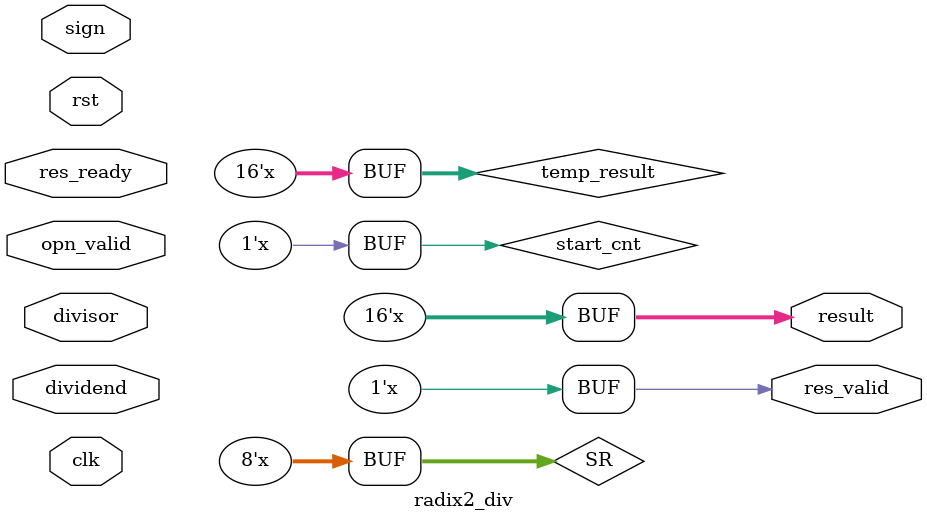
<source format=v>
module radix2_div(
    input wire clk,
    input wire rst,
    input wire [7:0] dividend,    
    input wire [7:0] divisor,    
    input wire sign,       

    input wire opn_valid,   
    output reg res_valid,   
    input wire res_ready,   
    output wire [15:0] result
);

    reg [7:0] SR; // Shift register
    reg [7:0] NEG_DIVISOR; // Negated divisor
    reg [3:0] cnt; // Counter
    reg start_cnt; // Start counter flag
    reg [15:0] temp_result; // Temporary result storage

    // Combinational logic to handle division operation
    always @(*) begin
        if (start_cnt) begin
            if (cnt == 4'b1000) begin // Counter reaches 8
                temp_result[15:8] = SR; // Store remainder in upper 8 bits
                temp_result[7:0] = SR[7]; // Store quotient in lower 8 bits
                res_valid = 1'b1; // Set result valid
                start_cnt = 1'b0; // Stop counter
            end else begin
                cnt <= cnt + 1'b1; // Increment counter
                SR = SR << 1; // Shift left
                SR[0] = SR[7] ^ (SR[7] & (SR[7] ^ NEG_DIVISOR[7])); // Update based on subtraction result
            end
        end
    end

    // Sequential logic to manage operation and reset
    always @(posedge clk or posedge rst) begin
        if (rst) begin
            SR <= 8'b0; // Reset shift register
            NEG_DIVISOR <= 8'b0; // Reset negated divisor
            cnt <= 4'b0; // Reset counter
            start_cnt <= 1'b0; // Reset start counter
            res_valid <= 1'b0; // Reset result valid
            result <= 16'b0; // Reset result
        end else if (opn_valid && !res_valid) begin
            SR <= sign ? $signed(dividend) << 1 : dividend << 1; // Shift dividend left
            NEG_DIVISOR <= sign ? -$signed(divisor) : ~divisor + 1; // Negate divisor
            cnt <= 4'b0; // Reset counter
            start_cnt <= 1'b1; // Start counter
        end else if (res_valid && res_ready) begin
            res_valid <= 1'b0; // Clear result valid
        end
    end

    assign result = temp_result; // Assign result

endmodule
</source>
